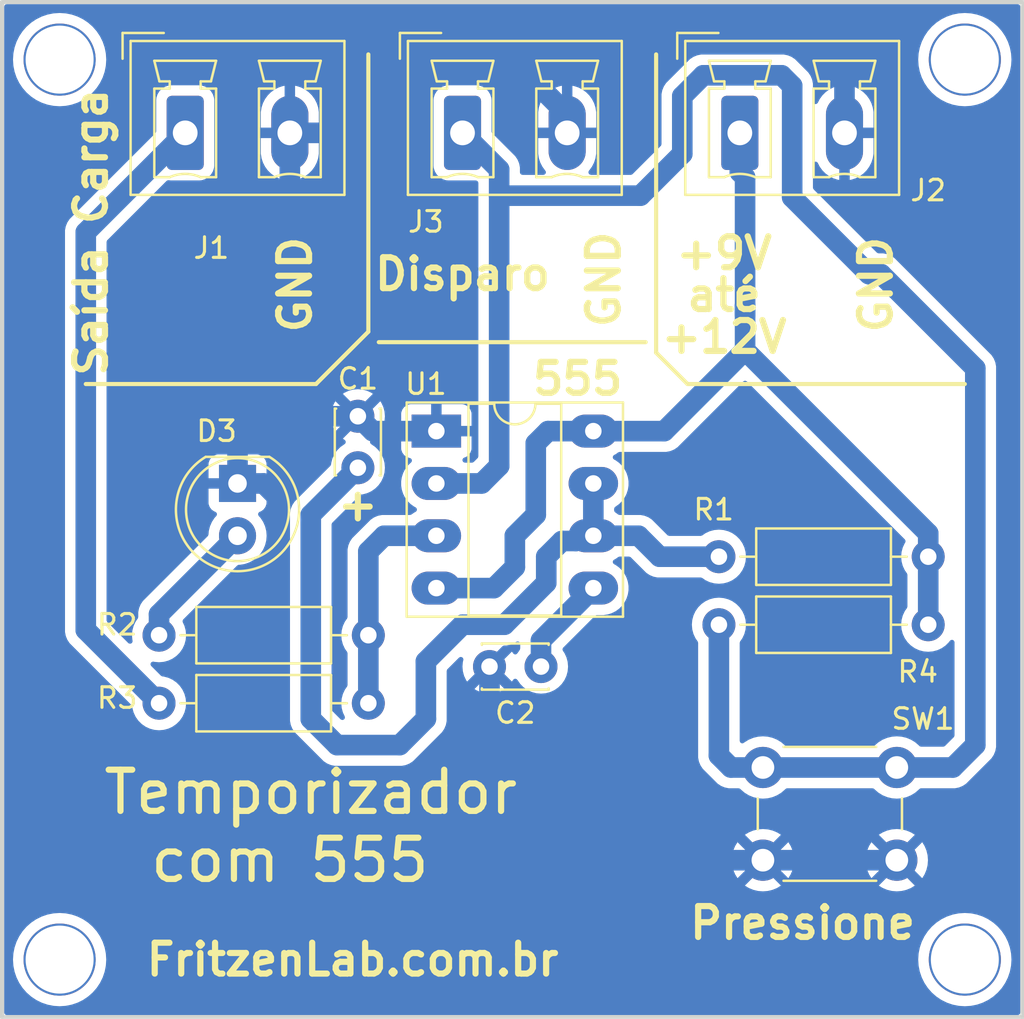
<source format=kicad_pcb>
(kicad_pcb (version 20240108) (generator "pcbnew") (generator_version "8.0")
  (layers (0 "F.Cu" signal) (31 "B.Cu" signal) (34 "B.Paste" user) (35 "F.Paste" user) (36 "B.SilkS" user "B.Silkscreen") (37 "F.SilkS" user "F.Silkscreen") (38 "B.Mask" user) (39 "F.Mask" user) (44 "Edge.Cuts" user))
  (net 0 "")
  (net 1 "VDC")
  (net 2 "Net-(U1-DIS)")
  (net 3 "Net-(U1-CV)")
  (net 4 "Net-(D3-A)")
  (net 5 "Net-(J1-Pin_1)")
  (net 6 "GND")
  (net 7 "Net-(J3-Pin_1)")
  (net 8 "Net-(U1-Q)")
  (footprint "Resistor_THT:R_Axial_DIN0207_L6.3mm_D2.5mm_P10.16mm_Horizontal" (layer "F.Cu") (at 123.698 114.808)
    (property "Reference" "R2" (at -2.032 -0.508 0) (layer "F.SilkS"))
    (property "Value" "1k")
    (fp_line (start 1.04 0) (end 1.81 0) (stroke (width 0.12)) (layer "F.SilkS"))
    (fp_line (start 1.81 -1.37) (end 1.81 1.37) (stroke (width 0.12)) (layer "F.SilkS"))
    (fp_line (start 1.81 1.37) (end 8.35 1.37) (stroke (width 0.12)) (layer "F.SilkS"))
    (fp_line (start 8.35 -1.37) (end 1.81 -1.37) (stroke (width 0.12)) (layer "F.SilkS"))
    (fp_line (start 8.35 1.37) (end 8.35 -1.37) (stroke (width 0.12)) (layer "F.SilkS"))
    (fp_line (start 9.12 0) (end 8.35 0) (stroke (width 0.12)) (layer "F.SilkS"))
    (pad "1" thru_hole circle (at 0 0) (size 1.6 1.6) (drill 0.8) (layers "*.Cu" "*.Mask") (net 4 "Net-(D3-A)"))
    (pad "2" thru_hole oval (at 10.16 0) (size 1.6 1.6) (drill 0.8) (layers "*.Cu" "*.Mask") (net 8 "Net-(U1-Q)"))
  )
  (footprint "Resistor_THT:R_Axial_DIN0207_L6.3mm_D2.5mm_P10.16mm_Horizontal" (layer "F.Cu") (at 161.036 114.3 180)
    (property "Reference" "R4" (at 0.508 -2.286 180) (layer "F.SilkS"))
    (property "Value" "1k")
    (fp_line (start 9.12 0) (end 8.35 0) (stroke (width 0.12)) (layer "F.SilkS"))
    (fp_line (start 8.35 1.37) (end 8.35 -1.37) (stroke (width 0.12)) (layer "F.SilkS"))
    (fp_line (start 8.35 -1.37) (end 1.81 -1.37) (stroke (width 0.12)) (layer "F.SilkS"))
    (fp_line (start 1.81 1.37) (end 8.35 1.37) (stroke (width 0.12)) (layer "F.SilkS"))
    (fp_line (start 1.81 -1.37) (end 1.81 1.37) (stroke (width 0.12)) (layer "F.SilkS"))
    (fp_line (start 1.04 0) (end 1.81 0) (stroke (width 0.12)) (layer "F.SilkS"))
    (pad "1" thru_hole circle (at 0 0 180) (size 1.6 1.6) (drill 0.8) (layers "*.Cu" "*.Mask") (net 1 "VDC"))
    (pad "2" thru_hole oval (at 10.16 0 180) (size 1.6 1.6) (drill 0.8) (layers "*.Cu" "*.Mask") (net 7 "Net-(J3-Pin_1)"))
  )
  (footprint "Connector_Phoenix_MC_HighVoltage:PhoenixContact_MCV_1,5_2-G-5.08_1x02_P5.08mm_Vertical" (layer "F.Cu") (at 138.43 90.424)
    (property "Reference" "J3" (at -1.778 4.318 0) (layer "F.SilkS"))
    (property "Value" "Disparo")
    (fp_line (start -3.04 -4.85) (end -1.04 -4.85) (stroke (width 0.12)) (layer "F.SilkS"))
    (fp_line (start -3.04 -3.6) (end -3.04 -4.85) (stroke (width 0.12)) (layer "F.SilkS"))
    (fp_line (start -2.65 -4.46) (end -2.65 3.01) (stroke (width 0.12)) (layer "F.SilkS"))
    (fp_line (start -2.65 3.01) (end 7.73 3.01) (stroke (width 0.12)) (layer "F.SilkS"))
    (fp_line (start -1.5 -3.5) (end 1.5 -3.5) (stroke (width 0.12)) (layer "F.SilkS"))
    (fp_line (start -1.5 -2.15) (end -0.75 -2.15) (stroke (width 0.12)) (layer "F.SilkS"))
    (fp_line (start -1.5 2.15) (end -1.5 -2.15) (stroke (width 0.12)) (layer "F.SilkS"))
    (fp_line (start -1.25 -2.5) (end -1.5 -3.5) (stroke (width 0.12)) (layer "F.SilkS"))
    (fp_line (start -0.75 -2.5) (end -1.25 -2.5) (stroke (width 0.12)) (layer "F.SilkS"))
    (fp_line (start -0.75 -2.15) (end -0.75 -2.5) (stroke (width 0.12)) (layer "F.SilkS"))
    (fp_line (start -0.75 2.15) (end -1.5 2.15) (stroke (width 0.12)) (layer "F.SilkS"))
    (fp_line (start 0.75 -2.5) (end 0.75 -2.15) (stroke (width 0.12)) (layer "F.SilkS"))
    (fp_line (start 0.75 -2.15) (end 1.5 -2.15) (stroke (width 0.12)) (layer "F.SilkS"))
    (fp_line (start 1.25 -2.5) (end 0.75 -2.5) (stroke (width 0.12)) (layer "F.SilkS"))
    (fp_line (start 1.5 -3.5) (end 1.25 -2.5) (stroke (width 0.12)) (layer "F.SilkS"))
    (fp_line (start 1.5 -2.15) (end 1.5 2.15) (stroke (width 0.12)) (layer "F.SilkS"))
    (fp_line (start 1.5 2.15) (end 0.75 2.15) (stroke (width 0.12)) (layer "F.SilkS"))
    (fp_line (start 3.58 -3.5) (end 6.58 -3.5) (stroke (width 0.12)) (layer "F.SilkS"))
    (fp_line (start 3.58 -2.15) (end 4.33 -2.15) (stroke (width 0.12)) (layer "F.SilkS"))
    (fp_line (start 3.58 2.15) (end 3.58 -2.15) (stroke (width 0.12)) (layer "F.SilkS"))
    (fp_line (start 3.83 -2.5) (end 3.58 -3.5) (stroke (width 0.12)) (layer "F.SilkS"))
    (fp_line (start 4.33 -2.5) (end 3.83 -2.5) (stroke (width 0.12)) (layer "F.SilkS"))
    (fp_line (start 4.33 -2.15) (end 4.33 -2.5) (stroke (width 0.12)) (layer "F.SilkS"))
    (fp_line (start 4.33 2.15) (end 3.58 2.15) (stroke (width 0.12)) (layer "F.SilkS"))
    (fp_line (start 5.83 -2.5) (end 5.83 -2.15) (stroke (width 0.12)) (layer "F.SilkS"))
    (fp_line (start 5.83 -2.15) (end 6.58 -2.15) (stroke (width 0.12)) (layer "F.SilkS"))
    (fp_line (start 6.33 -2.5) (end 5.83 -2.5) (stroke (width 0.12)) (layer "F.SilkS"))
    (fp_line (start 6.58 -3.5) (end 6.33 -2.5) (stroke (width 0.12)) (layer "F.SilkS"))
    (fp_line (start 6.58 -2.15) (end 6.58 2.15) (stroke (width 0.12)) (layer "F.SilkS"))
    (fp_line (start 6.58 2.15) (end 5.83 2.15) (stroke (width 0.12)) (layer "F.SilkS"))
    (fp_line (start 7.73 -4.46) (end -2.65 -4.46) (stroke (width 0.12)) (layer "F.SilkS"))
    (fp_line (start 7.73 3.01) (end 7.73 -4.46) (stroke (width 0.12)) (layer "F.SilkS"))
    (fp_arc (start -0.75 2.15) (mid -0.000193 1.99191) (end 0.749647 2.149844) (stroke (width 0.12)) (layer "F.SilkS"))
    (fp_arc (start 4.33 2.15) (mid 5.079807 1.99191) (end 5.829647 2.149844) (stroke (width 0.12)) (layer "F.SilkS"))
    (pad "1" thru_hole roundrect (at 0 0) (size 1.8 3.6) (drill 1.2) (layers "*.Cu" "*.Mask") (roundrect_rratio 0.138889) (net 7 "Net-(J3-Pin_1)"))
    (pad "2" thru_hole oval (at 5.08 0) (size 1.8 3.6) (drill 1.2) (layers "*.Cu" "*.Mask") (net 6 "GND"))
  )
  (footprint "Button_Switch_THT:SW_PUSH_6mm" (layer "F.Cu") (at 159.512 125.73 180)
    (property "Reference" "SW1" (at -1.27 6.858 180) (layer "F.SilkS"))
    (property "Value" "SW_Push")
    (fp_line (start 6.75 3) (end 6.75 1.5) (stroke (width 0.12)) (layer "F.SilkS"))
    (fp_line (start 5.5 -1) (end 1 -1) (stroke (width 0.12)) (layer "F.SilkS"))
    (fp_line (start 1 5.5) (end 5.5 5.5) (stroke (width 0.12)) (layer "F.SilkS"))
    (fp_line (start -0.25 1.5) (end -0.25 3) (stroke (width 0.12)) (layer "F.SilkS"))
    (pad "1" thru_hole circle (at 0 0 270) (size 2 2) (drill 1.1) (layers "*.Cu" "*.Mask") (net 6 "GND"))
    (pad "1" thru_hole circle (at 6.5 0 270) (size 2 2) (drill 1.1) (layers "*.Cu" "*.Mask") (net 6 "GND"))
    (pad "2" thru_hole circle (at 0 4.5 270) (size 2 2) (drill 1.1) (layers "*.Cu" "*.Mask") (net 7 "Net-(J3-Pin_1)"))
    (pad "2" thru_hole circle (at 6.5 4.5 270) (size 2 2) (drill 1.1) (layers "*.Cu" "*.Mask") (net 7 "Net-(J3-Pin_1)"))
  )
  (footprint "Connector_Phoenix_MC_HighVoltage:PhoenixContact_MCV_1,5_2-G-5.08_1x02_P5.08mm_Vertical" (layer "F.Cu") (at 124.968 90.424)
    (property "Reference" "J1" (at 1.27 5.588 0) (layer "F.SilkS"))
    (property "Value" "Saída Piscante")
    (fp_line (start -3.04 -4.85) (end -1.04 -4.85) (stroke (width 0.12)) (layer "F.SilkS"))
    (fp_line (start -3.04 -3.6) (end -3.04 -4.85) (stroke (width 0.12)) (layer "F.SilkS"))
    (fp_line (start -2.65 -4.46) (end -2.65 3.01) (stroke (width 0.12)) (layer "F.SilkS"))
    (fp_line (start -2.65 3.01) (end 7.73 3.01) (stroke (width 0.12)) (layer "F.SilkS"))
    (fp_line (start -1.5 -3.5) (end 1.5 -3.5) (stroke (width 0.12)) (layer "F.SilkS"))
    (fp_line (start -1.5 -2.15) (end -0.75 -2.15) (stroke (width 0.12)) (layer "F.SilkS"))
    (fp_line (start -1.5 2.15) (end -1.5 -2.15) (stroke (width 0.12)) (layer "F.SilkS"))
    (fp_line (start -1.25 -2.5) (end -1.5 -3.5) (stroke (width 0.12)) (layer "F.SilkS"))
    (fp_line (start -0.75 -2.5) (end -1.25 -2.5) (stroke (width 0.12)) (layer "F.SilkS"))
    (fp_line (start -0.75 -2.15) (end -0.75 -2.5) (stroke (width 0.12)) (layer "F.SilkS"))
    (fp_line (start -0.75 2.15) (end -1.5 2.15) (stroke (width 0.12)) (layer "F.SilkS"))
    (fp_line (start 0.75 -2.5) (end 0.75 -2.15) (stroke (width 0.12)) (layer "F.SilkS"))
    (fp_line (start 0.75 -2.15) (end 1.5 -2.15) (stroke (width 0.12)) (layer "F.SilkS"))
    (fp_line (start 1.25 -2.5) (end 0.75 -2.5) (stroke (width 0.12)) (layer "F.SilkS"))
    (fp_line (start 1.5 -3.5) (end 1.25 -2.5) (stroke (width 0.12)) (layer "F.SilkS"))
    (fp_line (start 1.5 -2.15) (end 1.5 2.15) (stroke (width 0.12)) (layer "F.SilkS"))
    (fp_line (start 1.5 2.15) (end 0.75 2.15) (stroke (width 0.12)) (layer "F.SilkS"))
    (fp_line (start 3.58 -3.5) (end 6.58 -3.5) (stroke (width 0.12)) (layer "F.SilkS"))
    (fp_line (start 3.58 -2.15) (end 4.33 -2.15) (stroke (width 0.12)) (layer "F.SilkS"))
    (fp_line (start 3.58 2.15) (end 3.58 -2.15) (stroke (width 0.12)) (layer "F.SilkS"))
    (fp_line (start 3.83 -2.5) (end 3.58 -3.5) (stroke (width 0.12)) (layer "F.SilkS"))
    (fp_line (start 4.33 -2.5) (end 3.83 -2.5) (stroke (width 0.12)) (layer "F.SilkS"))
    (fp_line (start 4.33 -2.15) (end 4.33 -2.5) (stroke (width 0.12)) (layer "F.SilkS"))
    (fp_line (start 4.33 2.15) (end 3.58 2.15) (stroke (width 0.12)) (layer "F.SilkS"))
    (fp_line (start 5.83 -2.5) (end 5.83 -2.15) (stroke (width 0.12)) (layer "F.SilkS"))
    (fp_line (start 5.83 -2.15) (end 6.58 -2.15) (stroke (width 0.12)) (layer "F.SilkS"))
    (fp_line (start 6.33 -2.5) (end 5.83 -2.5) (stroke (width 0.12)) (layer "F.SilkS"))
    (fp_line (start 6.58 -3.5) (end 6.33 -2.5) (stroke (width 0.12)) (layer "F.SilkS"))
    (fp_line (start 6.58 -2.15) (end 6.58 2.15) (stroke (width 0.12)) (layer "F.SilkS"))
    (fp_line (start 6.58 2.15) (end 5.83 2.15) (stroke (width 0.12)) (layer "F.SilkS"))
    (fp_line (start 7.73 -4.46) (end -2.65 -4.46) (stroke (width 0.12)) (layer "F.SilkS"))
    (fp_line (start 7.73 3.01) (end 7.73 -4.46) (stroke (width 0.12)) (layer "F.SilkS"))
    (fp_arc (start -0.75 2.15) (mid -0.000193 1.99191) (end 0.749647 2.149844) (stroke (width 0.12)) (layer "F.SilkS"))
    (fp_arc (start 4.33 2.15) (mid 5.079807 1.99191) (end 5.829647 2.149844) (stroke (width 0.12)) (layer "F.SilkS"))
    (pad "1" thru_hole roundrect (at 0 0) (size 1.8 3.6) (drill 1.2) (layers "*.Cu" "*.Mask") (roundrect_rratio 0.138889) (net 5 "Net-(J1-Pin_1)"))
    (pad "2" thru_hole oval (at 5.08 0) (size 1.8 3.6) (drill 1.2) (layers "*.Cu" "*.Mask") (net 6 "GND"))
  )
  (footprint "Connector_Phoenix_MC_HighVoltage:PhoenixContact_MCV_1,5_2-G-5.08_1x02_P5.08mm_Vertical" (layer "F.Cu") (at 151.892 90.424)
    (property "Reference" "J2" (at 9.144 2.794 0) (layer "F.SilkS"))
    (property "Value" "Alimentação")
    (fp_line (start -3.04 -4.85) (end -1.04 -4.85) (stroke (width 0.12)) (layer "F.SilkS"))
    (fp_line (start -3.04 -3.6) (end -3.04 -4.85) (stroke (width 0.12)) (layer "F.SilkS"))
    (fp_line (start -2.65 -4.46) (end -2.65 3.01) (stroke (width 0.12)) (layer "F.SilkS"))
    (fp_line (start -2.65 3.01) (end 7.73 3.01) (stroke (width 0.12)) (layer "F.SilkS"))
    (fp_line (start -1.5 -3.5) (end 1.5 -3.5) (stroke (width 0.12)) (layer "F.SilkS"))
    (fp_line (start -1.5 -2.15) (end -0.75 -2.15) (stroke (width 0.12)) (layer "F.SilkS"))
    (fp_line (start -1.5 2.15) (end -1.5 -2.15) (stroke (width 0.12)) (layer "F.SilkS"))
    (fp_line (start -1.25 -2.5) (end -1.5 -3.5) (stroke (width 0.12)) (layer "F.SilkS"))
    (fp_line (start -0.75 -2.5) (end -1.25 -2.5) (stroke (width 0.12)) (layer "F.SilkS"))
    (fp_line (start -0.75 -2.15) (end -0.75 -2.5) (stroke (width 0.12)) (layer "F.SilkS"))
    (fp_line (start -0.75 2.15) (end -1.5 2.15) (stroke (width 0.12)) (layer "F.SilkS"))
    (fp_line (start 0.75 -2.5) (end 0.75 -2.15) (stroke (width 0.12)) (layer "F.SilkS"))
    (fp_line (start 0.75 -2.15) (end 1.5 -2.15) (stroke (width 0.12)) (layer "F.SilkS"))
    (fp_line (start 1.25 -2.5) (end 0.75 -2.5) (stroke (width 0.12)) (layer "F.SilkS"))
    (fp_line (start 1.5 -3.5) (end 1.25 -2.5) (stroke (width 0.12)) (layer "F.SilkS"))
    (fp_line (start 1.5 -2.15) (end 1.5 2.15) (stroke (width 0.12)) (layer "F.SilkS"))
    (fp_line (start 1.5 2.15) (end 0.75 2.15) (stroke (width 0.12)) (layer "F.SilkS"))
    (fp_line (start 3.58 -3.5) (end 6.58 -3.5) (stroke (width 0.12)) (layer "F.SilkS"))
    (fp_line (start 3.58 -2.15) (end 4.33 -2.15) (stroke (width 0.12)) (layer "F.SilkS"))
    (fp_line (start 3.58 2.15) (end 3.58 -2.15) (stroke (width 0.12)) (layer "F.SilkS"))
    (fp_line (start 3.83 -2.5) (end 3.58 -3.5) (stroke (width 0.12)) (layer "F.SilkS"))
    (fp_line (start 4.33 -2.5) (end 3.83 -2.5) (stroke (width 0.12)) (layer "F.SilkS"))
    (fp_line (start 4.33 -2.15) (end 4.33 -2.5) (stroke (width 0.12)) (layer "F.SilkS"))
    (fp_line (start 4.33 2.15) (end 3.58 2.15) (stroke (width 0.12)) (layer "F.SilkS"))
    (fp_line (start 5.83 -2.5) (end 5.83 -2.15) (stroke (width 0.12)) (layer "F.SilkS"))
    (fp_line (start 5.83 -2.15) (end 6.58 -2.15) (stroke (width 0.12)) (layer "F.SilkS"))
    (fp_line (start 6.33 -2.5) (end 5.83 -2.5) (stroke (width 0.12)) (layer "F.SilkS"))
    (fp_line (start 6.58 -3.5) (end 6.33 -2.5) (stroke (width 0.12)) (layer "F.SilkS"))
    (fp_line (start 6.58 -2.15) (end 6.58 2.15) (stroke (width 0.12)) (layer "F.SilkS"))
    (fp_line (start 6.58 2.15) (end 5.83 2.15) (stroke (width 0.12)) (layer "F.SilkS"))
    (fp_line (start 7.73 -4.46) (end -2.65 -4.46) (stroke (width 0.12)) (layer "F.SilkS"))
    (fp_line (start 7.73 3.01) (end 7.73 -4.46) (stroke (width 0.12)) (layer "F.SilkS"))
    (fp_arc (start -0.75 2.15) (mid -0.000193 1.99191) (end 0.749647 2.149844) (stroke (width 0.12)) (layer "F.SilkS"))
    (fp_arc (start 4.33 2.15) (mid 5.079807 1.99191) (end 5.829647 2.149844) (stroke (width 0.12)) (layer "F.SilkS"))
    (pad "1" thru_hole roundrect (at 0 0) (size 1.8 3.6) (drill 1.2) (layers "*.Cu" "*.Mask") (roundrect_rratio 0.138889) (net 1 "VDC"))
    (pad "2" thru_hole oval (at 5.08 0) (size 1.8 3.6) (drill 1.2) (layers "*.Cu" "*.Mask") (net 6 "GND"))
  )
  (footprint "Resistor_THT:R_Axial_DIN0207_L6.3mm_D2.5mm_P10.16mm_Horizontal" (layer "F.Cu") (at 161.036 110.998 180)
    (property "Reference" "R1" (at 10.414 2.286 180) (layer "F.SilkS"))
    (property "Value" "1k")
    (fp_line (start 9.12 0) (end 8.35 0) (stroke (width 0.12)) (layer "F.SilkS"))
    (fp_line (start 8.35 1.37) (end 8.35 -1.37) (stroke (width 0.12)) (layer "F.SilkS"))
    (fp_line (start 8.35 -1.37) (end 1.81 -1.37) (stroke (width 0.12)) (layer "F.SilkS"))
    (fp_line (start 1.81 1.37) (end 8.35 1.37) (stroke (width 0.12)) (layer "F.SilkS"))
    (fp_line (start 1.81 -1.37) (end 1.81 1.37) (stroke (width 0.12)) (layer "F.SilkS"))
    (fp_line (start 1.04 0) (end 1.81 0) (stroke (width 0.12)) (layer "F.SilkS"))
    (pad "1" thru_hole circle (at 0 0 180) (size 1.6 1.6) (drill 0.8) (layers "*.Cu" "*.Mask") (net 1 "VDC"))
    (pad "2" thru_hole oval (at 10.16 0 180) (size 1.6 1.6) (drill 0.8) (layers "*.Cu" "*.Mask") (net 2 "Net-(U1-DIS)"))
  )
  (footprint "Resistor_THT:R_Axial_DIN0207_L6.3mm_D2.5mm_P10.16mm_Horizontal" (layer "F.Cu") (at 123.698 118.11)
    (property "Reference" "R3" (at -2.032 -0.254 0) (layer "F.SilkS"))
    (property "Value" "470r")
    (fp_line (start 1.04 0) (end 1.81 0) (stroke (width 0.12)) (layer "F.SilkS"))
    (fp_line (start 1.81 -1.37) (end 1.81 1.37) (stroke (width 0.12)) (layer "F.SilkS"))
    (fp_line (start 1.81 1.37) (end 8.35 1.37) (stroke (width 0.12)) (layer "F.SilkS"))
    (fp_line (start 8.35 -1.37) (end 1.81 -1.37) (stroke (width 0.12)) (layer "F.SilkS"))
    (fp_line (start 8.35 1.37) (end 8.35 -1.37) (stroke (width 0.12)) (layer "F.SilkS"))
    (fp_line (start 9.12 0) (end 8.35 0) (stroke (width 0.12)) (layer "F.SilkS"))
    (pad "1" thru_hole circle (at 0 0) (size 1.6 1.6) (drill 0.8) (layers "*.Cu" "*.Mask") (net 5 "Net-(J1-Pin_1)"))
    (pad "2" thru_hole oval (at 10.16 0) (size 1.6 1.6) (drill 0.8) (layers "*.Cu" "*.Mask") (net 8 "Net-(U1-Q)"))
  )
  (footprint "Package_DIP:DIP-8_W7.62mm_Socket_LongPads" (layer "F.Cu") (at 137.16 104.902)
    (property "Reference" "U1" (at -0.508 -2.286 0) (layer "F.SilkS"))
    (property "Value" "NE555")
    (fp_line (start -1.44 -1.39) (end -1.44 9.01) (stroke (width 0.12)) (layer "F.SilkS"))
    (fp_line (start -1.44 9.01) (end 9.06 9.01) (stroke (width 0.12)) (layer "F.SilkS"))
    (fp_line (start 1.56 -1.33) (end 1.56 8.95) (stroke (width 0.12)) (layer "F.SilkS"))
    (fp_line (start 1.56 8.95) (end 6.06 8.95) (stroke (width 0.12)) (layer "F.SilkS"))
    (fp_line (start 2.81 -1.33) (end 1.56 -1.33) (stroke (width 0.12)) (layer "F.SilkS"))
    (fp_line (start 6.06 -1.33) (end 4.81 -1.33) (stroke (width 0.12)) (layer "F.SilkS"))
    (fp_line (start 6.06 8.95) (end 6.06 -1.33) (stroke (width 0.12)) (layer "F.SilkS"))
    (fp_line (start 9.06 -1.39) (end -1.44 -1.39) (stroke (width 0.12)) (layer "F.SilkS"))
    (fp_line (start 9.06 9.01) (end 9.06 -1.39) (stroke (width 0.12)) (layer "F.SilkS"))
    (fp_arc (start 4.81 -1.33) (mid 3.81 -0.33) (end 2.81 -1.33) (stroke (width 0.12)) (layer "F.SilkS"))
    (pad "1" thru_hole rect (at 0 0) (size 2.4 1.6) (drill 0.8) (layers "*.Cu" "*.Mask") (net 6 "GND"))
    (pad "2" thru_hole oval (at 0 2.54) (size 2.4 1.6) (drill 0.8) (layers "*.Cu" "*.Mask") (net 7 "Net-(J3-Pin_1)"))
    (pad "3" thru_hole oval (at 0 5.08) (size 2.4 1.6) (drill 0.8) (layers "*.Cu" "*.Mask") (net 8 "Net-(U1-Q)"))
    (pad "4" thru_hole oval (at 0 7.62) (size 2.4 1.6) (drill 0.8) (layers "*.Cu" "*.Mask") (net 1 "VDC"))
    (pad "5" thru_hole oval (at 7.62 7.62) (size 2.4 1.6) (drill 0.8) (layers "*.Cu" "*.Mask") (net 3 "Net-(U1-CV)"))
    (pad "6" thru_hole oval (at 7.62 5.08) (size 2.4 1.6) (drill 0.8) (layers "*.Cu" "*.Mask") (net 2 "Net-(U1-DIS)"))
    (pad "7" thru_hole oval (at 7.62 2.54) (size 2.4 1.6) (drill 0.8) (layers "*.Cu" "*.Mask") (net 2 "Net-(U1-DIS)"))
    (pad "8" thru_hole oval (at 7.62 0) (size 2.4 1.6) (drill 0.8) (layers "*.Cu" "*.Mask") (net 1 "VDC"))
  )
  (footprint "LED_THT:LED_D5.0mm_Clear" (layer "F.Cu") (at 127.508 107.442 -90)
    (property "Reference" "D3" (at -2.54 1.016 0) (layer "F.SilkS"))
    (property "Value" "LED Verm.")
    (fp_line (start -1.29 -1.545) (end -1.29 1.545) (stroke (width 0.12)) (layer "F.SilkS"))
    (fp_arc (start 4.26 -0.000462) (mid 2.072002 2.880433) (end -1.29 1.54483) (stroke (width 0.12)) (layer "F.SilkS"))
    (fp_arc (start -1.29 -1.54483) (mid 2.072002 -2.880433) (end 4.26 0.000462) (stroke (width 0.12)) (layer "F.SilkS"))
    (fp_circle (center 1.27 0) (end 3.77 0) (stroke (width 0.12)) (fill none) (layer "F.SilkS"))
    (pad "1" thru_hole rect (at 0 0 270) (size 1.8 1.8) (drill 0.9) (layers "*.Cu" "*.Mask") (net 6 "GND"))
    (pad "2" thru_hole circle (at 2.54 0 270) (size 1.8 1.8) (drill 0.9) (layers "*.Cu" "*.Mask") (net 4 "Net-(D3-A)"))
  )
  (footprint "Capacitor_THT:C_Disc_D3.0mm_W2.0mm_P2.50mm" (layer "F.Cu") (at 133.35 106.68 90)
    (property "Reference" "C1" (at 4.318 0 180) (layer "F.SilkS"))
    (property "Value" "100n")
    (fp_line (start 2.87 -1.12) (end 2.87 -1.055) (stroke (width 0.12)) (layer "F.SilkS"))
    (fp_line (start -0.37 -1.12) (end 2.87 -1.12) (stroke (width 0.12)) (layer "F.SilkS"))
    (fp_line (start -0.37 -1.12) (end -0.37 -1.055) (stroke (width 0.12)) (layer "F.SilkS"))
    (fp_line (start 2.87 1.055) (end 2.87 1.12) (stroke (width 0.12)) (layer "F.SilkS"))
    (fp_line (start -0.37 1.055) (end -0.37 1.12) (stroke (width 0.12)) (layer "F.SilkS"))
    (fp_line (start -0.37 1.12) (end 2.87 1.12) (stroke (width 0.12)) (layer "F.SilkS"))
    (pad "1" thru_hole circle (at 0 0 90) (size 1.6 1.6) (drill 0.8) (layers "*.Cu" "*.Mask") (net 2 "Net-(U1-DIS)"))
    (pad "2" thru_hole circle (at 2.5 0 90) (size 1.6 1.6) (drill 0.8) (layers "*.Cu" "*.Mask") (net 6 "GND"))
  )
  (footprint "Capacitor_THT:C_Disc_D3.0mm_W2.0mm_P2.50mm" (layer "F.Cu") (at 142.24 116.332 180)
    (property "Reference" "C2" (at 1.25 -2.25 180) (layer "F.SilkS"))
    (property "Value" "100n")
    (fp_line (start 2.87 1.055) (end 2.87 1.12) (stroke (width 0.12)) (layer "F.SilkS"))
    (fp_line (start 2.87 -1.12) (end 2.87 -1.055) (stroke (width 0.12)) (layer "F.SilkS"))
    (fp_line (start -0.37 1.12) (end 2.87 1.12) (stroke (width 0.12)) (layer "F.SilkS"))
    (fp_line (start -0.37 1.055) (end -0.37 1.12) (stroke (width 0.12)) (layer "F.SilkS"))
    (fp_line (start -0.37 -1.12) (end 2.87 -1.12) (stroke (width 0.12)) (layer "F.SilkS"))
    (fp_line (start -0.37 -1.12) (end -0.37 -1.055) (stroke (width 0.12)) (layer "F.SilkS"))
    (pad "1" thru_hole circle (at 0 0 180) (size 1.6 1.6) (drill 0.8) (layers "*.Cu" "*.Mask") (net 3 "Net-(U1-CV)"))
    (pad "2" thru_hole circle (at 2.5 0 180) (size 1.6 1.6) (drill 0.8) (layers "*.Cu" "*.Mask") (net 6 "GND"))
  )
  (gr_line (start 147.828 101.092) (end 149.352 102.616) (stroke (width 0.2)) (layer "F.SilkS"))
  (gr_line (start 120.142 102.616) (end 131.318 102.616) (stroke (width 0.2)) (layer "F.SilkS"))
  (gr_line (start 133.858 86.614) (end 133.858 100.076) (stroke (width 0.2)) (layer "F.SilkS"))
  (gr_line (start 149.352 102.616) (end 162.814 102.616) (stroke (width 0.2)) (layer "F.SilkS"))
  (gr_line (start 147.828 86.614) (end 147.828 101.092) (stroke (width 0.2)) (layer "F.SilkS"))
  (gr_line (start 147.32 100.584) (end 134.366 100.584) (stroke (width 0.2)) (layer "F.SilkS"))
  (gr_line (start 131.318 102.616) (end 133.858 100.076) (stroke (width 0.2)) (layer "F.SilkS"))
  (gr_line (start 165.608 133.35) (end 116.078 133.35) (stroke (width 0.2)) (layer "Edge.Cuts"))
  (gr_line (start 116.078 84.074) (end 165.608 84.074) (stroke (width 0.2)) (layer "Edge.Cuts"))
  (gr_line (start 165.608 84.074) (end 165.608 133.35) (stroke (width 0.2)) (layer "Edge.Cuts"))
  (gr_line (start 116.078 133.35) (end 116.078 84.074) (stroke (width 0.2)) (layer "Edge.Cuts"))
  (gr_text "GND" (at 145.288 97.536 90) (layer "F.SilkS") (effects (font (size 1.5 1.5) (thickness 0.3))))
  (gr_text "GND" (at 158.496 97.79 90) (layer "F.SilkS") (effects (font (size 1.5 1.5) (thickness 0.3))))
  (gr_text "até" (at 151.13 98.298 0) (layer "F.SilkS") (effects (font (size 1.5 1.5) (thickness 0.3))))
  (gr_text "com 555" (at 130.048 125.73 0) (layer "F.SilkS") (effects (font (size 2 2) (thickness 0.3))))
  (gr_text "Pressione" (at 154.94 128.778 0) (layer "F.SilkS") (effects (font (size 1.5 1.5) (thickness 0.3))))
  (gr_text "FritzenLab.com.br" (at 133.096 130.556 0) (layer "F.SilkS") (effects (font (size 1.5 1.5) (thickness 0.3))))
  (gr_text "555" (at 144.018 102.362 0) (layer "F.SilkS") (effects (font (size 1.5 1.5) (thickness 0.3))))
  (gr_text "Temporizador" (at 131.064 122.428 0) (layer "F.SilkS") (effects (font (size 2 2) (thickness 0.3))))
  (gr_text "GND" (at 130.302 97.79 90) (layer "F.SilkS") (effects (font (size 1.5 1.5) (thickness 0.3))))
  (gr_text "Disparo" (at 138.43 97.282 0) (layer "F.SilkS") (effects (font (size 1.5 1.5) (thickness 0.3))))
  (gr_text "+9V" (at 151.13 96.266 0) (layer "F.SilkS") (effects (font (size 1.5 1.5) (thickness 0.3))))
  (gr_text "Saída Carga" (at 120.396 95.25 90) (layer "F.SilkS") (effects (font (size 1.5 1.5) (thickness 0.3))))
  (gr_text "+" (at 133.35 108.458 0) (layer "F.SilkS") (effects (font (size 1.5 1.5) (thickness 0.3))))
  (gr_text "+12V" (at 151.13 100.33 0) (layer "F.SilkS") (effects (font (size 1.5 1.5) (thickness 0.3))))
  (via (at 118.872 130.556) (size 3.5) (drill 3.3) (layers "F.Cu" "B.Cu") (net 0))
  (via (at 162.814 130.556) (size 3.5) (drill 3.3) (layers "F.Cu" "B.Cu") (net 0))
  (via (at 162.814 86.868) (size 3.5) (drill 3.3) (layers "F.Cu" "B.Cu") (net 0))
  (via (at 118.872 86.868) (size 3.5) (drill 3.3) (layers "F.Cu" "B.Cu") (net 0))
  (segment (start 151.892 90.424) (end 151.892 92.324) (width 1) (layer "B.Cu") (net 1))
  (segment (start 161.036 109.86663) (end 152.146 100.97663) (width 1) (layer "B.Cu") (net 1))
  (segment (start 144.78 104.902) (end 148.22063 104.902) (width 1) (layer "B.Cu") (net 1))
  (segment (start 152.146 100.97663) (end 152.146 98.806) (width 1) (layer "B.Cu") (net 1))
  (segment (start 139.954 112.522) (end 140.97 111.506) (width 1) (layer "B.Cu") (net 1))
  (segment (start 148.22063 104.902) (end 152.146 100.97663) (width 1) (layer "B.Cu") (net 1))
  (segment (start 161.036 114.3) (end 161.036 110.998) (width 1) (layer "B.Cu") (net 1))
  (segment (start 145.18 104.902) (end 144.78 104.902) (width 1) (layer "B.Cu") (net 1))
  (segment (start 151.892 92.324) (end 152.146 92.578) (width 1) (layer "B.Cu") (net 1))
  (segment (start 141.986 108.966) (end 140.97 109.982) (width 1) (layer "B.Cu") (net 1))
  (segment (start 152.146 98.806) (end 152.146 99.274) (width 1) (layer "B.Cu") (net 1))
  (segment (start 142.58 104.902) (end 141.986 105.496) (width 1) (layer "B.Cu") (net 1))
  (segment (start 161.036 110.998) (end 161.036 109.86663) (width 1) (layer "B.Cu") (net 1))
  (segment (start 137.56 112.522) (end 139.954 112.522) (width 1) (layer "B.Cu") (net 1))
  (segment (start 140.97 109.982) (end 140.97 111.506) (width 1) (layer "B.Cu") (net 1))
  (segment (start 141.986 105.496) (end 141.986 108.966) (width 1) (layer "B.Cu") (net 1))
  (segment (start 137.16 112.522) (end 137.56 112.522) (width 1) (layer "B.Cu") (net 1))
  (segment (start 152.146 92.578) (end 152.146 98.806) (width 1) (layer "B.Cu") (net 1))
  (segment (start 144.78 104.902) (end 142.58 104.902) (width 1) (layer "B.Cu") (net 1))
  (segment (start 136.652 116.078) (end 136.652 118.872) (width 1) (layer "B.Cu") (net 2))
  (segment (start 144.78 109.982) (end 144.78 107.442) (width 1) (layer "B.Cu") (net 2))
  (segment (start 131.064 118.872) (end 131.064 108.966) (width 1) (layer "B.Cu") (net 2))
  (segment (start 144.19107 109.982) (end 143.93707 110.236) (width 1) (layer "B.Cu") (net 2))
  (segment (start 142.494 110.998) (end 142.494 112.268) (width 1) (layer "B.Cu") (net 2))
  (segment (start 131.064 108.966) (end 133.35 106.68) (width 1) (layer "B.Cu") (net 2))
  (segment (start 132.334 120.142) (end 131.064 118.872) (width 1) (layer "B.Cu") (net 2))
  (segment (start 142.494 112.268) (end 140.462 114.3) (width 1) (layer "B.Cu") (net 2))
  (segment (start 136.652 118.872) (end 135.382 120.142) (width 1) (layer "B.Cu") (net 2))
  (segment (start 140.462 114.3) (end 138.43 114.3) (width 1) (layer "B.Cu") (net 2))
  (segment (start 150.876 110.998) (end 147.996 110.998) (width 1) (layer "B.Cu") (net 2))
  (segment (start 147.996 110.998) (end 146.98 109.982) (width 1) (layer "B.Cu") (net 2))
  (segment (start 138.43 114.3) (end 136.652 116.078) (width 1) (layer "B.Cu") (net 2))
  (segment (start 143.256 110.236) (end 142.494 110.998) (width 1) (layer "B.Cu") (net 2))
  (segment (start 135.382 120.142) (end 132.334 120.142) (width 1) (layer "B.Cu") (net 2))
  (segment (start 146.98 109.982) (end 144.78 109.982) (width 1) (layer "B.Cu") (net 2))
  (segment (start 144.78 109.982) (end 144.19107 109.982) (width 1) (layer "B.Cu") (net 2))
  (segment (start 143.93707 110.236) (end 143.256 110.236) (width 1) (layer "B.Cu") (net 2))
  (segment (start 142.24 116.332) (end 142.24 115.062) (width 1) (layer "B.Cu") (net 3))
  (segment (start 142.24 115.062) (end 144.78 112.522) (width 1) (layer "B.Cu") (net 3))
  (segment (start 123.698 113.792) (end 127.508 109.982) (width 1) (layer "B.Cu") (net 4))
  (segment (start 123.698 114.808) (end 123.698 113.792) (width 1) (layer "B.Cu") (net 4))
  (segment (start 123.698 118.11) (end 120.142 114.554) (width 1) (layer "B.Cu") (net 5))
  (segment (start 120.142 95.25) (end 124.968 90.424) (width 1) (layer "B.Cu") (net 5))
  (segment (start 120.142 114.554) (end 120.142 95.25) (width 1) (layer "B.Cu") (net 5))
  (segment (start 129.54 108.204) (end 129.54 120.904) (width 1) (layer "B.Cu") (net 6))
  (segment (start 159.512 125.73) (end 153.012 125.73) (width 1) (layer "B.Cu") (net 6))
  (segment (start 137.16 104.902) (end 134.072 104.902) (width 1) (layer "B.Cu") (net 6))
  (segment (start 131.948 90.424) (end 130.048 90.424) (width 1) (layer "B.Cu") (net 6))
  (segment (start 156.972 87.624) (end 154.946 85.598) (width 1) (layer "B.Cu") (net 6))
  (segment (start 139.74 120.356) (end 139.74 116.332) (width 1) (layer "B.Cu") (net 6))
  (segment (start 153.012 125.73) (end 141.478 125.73) (width 1) (layer "B.Cu") (net 6))
  (segment (start 129.54 120.904) (end 130.81 122.174) (width 1) (layer "B.Cu") (net 6))
  (segment (start 141.616 85.598) (end 140.6 86.614) (width 1) (layer "B.Cu") (net 6))
  (segment (start 127.508 107.442) (end 128.778 107.442) (width 1) (layer "B.Cu") (net 6))
  (segment (start 134.072 104.902) (end 133.35 104.18) (width 1) (layer "B.Cu") (net 6))
  (segment (start 128.778 107.442) (end 129.54 108.204) (width 1) (layer "B.Cu") (net 6))
  (segment (start 140.6 86.614) (end 138.176 86.614) (width 1) (layer "B.Cu") (net 6))
  (segment (start 130.048 103.002) (end 130.048 90.424) (width 1) (layer "B.Cu") (net 6))
  (segment (start 138.176 86.614) (end 135.758 86.614) (width 1) (layer "B.Cu") (net 6))
  (segment (start 130.81 122.174) (end 137.922 122.174) (width 1) (layer "B.Cu") (net 6))
  (segment (start 156.972 90.424) (end 156.972 87.624) (width 1) (layer "B.Cu") (net 6))
  (segment (start 156.972 90.424) (end 156.972 89.524) (width 1) (layer "B.Cu") (net 6))
  (segment (start 127.508 107.442) (end 127.508 105.542) (width 1) (layer "B.Cu") (net 6))
  (segment (start 143.51 90.424) (end 143.51 89.524) (width 1) (layer "B.Cu") (net 6))
  (segment (start 143.51 89.524) (end 140.6 86.614) (width 1) (layer "B.Cu") (net 6))
  (segment (start 135.758 86.614) (end 131.948 90.424) (width 1) (layer "B.Cu") (net 6))
  (segment (start 154.946 85.598) (end 141.616 85.598) (width 1) (layer "B.Cu") (net 6))
  (segment (start 137.922 122.174) (end 139.74 120.356) (width 1) (layer "B.Cu") (net 6))
  (segment (start 127.508 105.542) (end 130.048 103.002) (width 1) (layer "B.Cu") (net 6))
  (segment (start 131.226 104.18) (end 130.048 103.002) (width 1) (layer "B.Cu") (net 6))
  (segment (start 141.478 125.73) (end 137.922 122.174) (width 1) (layer "B.Cu") (net 6))
  (segment (start 133.35 104.18) (end 131.226 104.18) (width 1) (layer "B.Cu") (net 6))
  (segment (start 154.432 93.55293) (end 154.432 88.138) (width 1) (layer "B.Cu") (net 7))
  (segment (start 139.36 107.442) (end 140.208 106.594) (width 1) (layer "B.Cu") (net 7))
  (segment (start 163.322 120.142) (end 163.322 101.854) (width 1) (layer "B.Cu") (net 7))
  (segment (start 153.924 87.63) (end 150.114 87.63) (width 1) (layer "B.Cu") (net 7))
  (segment (start 140.208 93.472) (end 140.208 92.202) (width 1) (layer "B.Cu") (net 7))
  (segment (start 150.876 114.3) (end 150.876 120.65) (width 1) (layer "B.Cu") (net 7))
  (segment (start 147.066 93.472) (end 140.208 93.472) (width 1) (layer "B.Cu") (net 7))
  (segment (start 149.098 88.646) (end 149.098 91.44) (width 1) (layer "B.Cu") (net 7))
  (segment (start 140.208 92.202) (end 138.43 90.424) (width 1) (layer "B.Cu") (net 7))
  (segment (start 159.512 121.23) (end 153.012 121.23) (width 1) (layer "B.Cu") (net 7))
  (segment (start 137.16 107.442) (end 139.36 107.442) (width 1) (layer "B.Cu") (net 7))
  (segment (start 158.75 97.282) (end 158.16107 97.282) (width 1) (layer "B.Cu") (net 7))
  (segment (start 150.114 87.63) (end 149.098 88.646) (width 1) (layer "B.Cu") (net 7))
  (segment (start 163.322 101.854) (end 158.75 97.282) (width 1) (layer "B.Cu") (net 7))
  (segment (start 150.876 120.65) (end 151.456 121.23) (width 1) (layer "B.Cu") (net 7))
  (segment (start 159.512 121.23) (end 162.234 121.23) (width 1) (layer "B.Cu") (net 7))
  (segment (start 158.16107 97.282) (end 154.432 93.55293) (width 1) (layer "B.Cu") (net 7))
  (segment (start 162.234 121.23) (end 163.322 120.142) (width 1) (layer "B.Cu") (net 7))
  (segment (start 149.098 91.44) (end 147.066 93.472) (width 1) (layer "B.Cu") (net 7))
  (segment (start 140.208 106.594) (end 140.208 93.472) (width 1) (layer "B.Cu") (net 7))
  (segment (start 154.432 88.138) (end 153.924 87.63) (width 1) (layer "B.Cu") (net 7))
  (segment (start 153.012 121.23) (end 151.456 121.23) (width 1) (layer "B.Cu") (net 7))
  (segment (start 137.16 109.982) (end 134.62 109.982) (width 1) (layer "B.Cu") (net 8))
  (segment (start 134.62 109.982) (end 133.858 110.744) (width 1) (layer "B.Cu") (net 8))
  (segment (start 133.858 110.744) (end 133.858 114.808) (width 1) (layer "B.Cu") (net 8))
  (segment (start 133.858 118.11) (end 133.858 114.808) (width 1) (layer "B.Cu") (net 8))
  (zone (net 6) (net_name "GND") (layer "B.Cu") (connect_pads (clearance 0.508)) (min_thickness 0.254) (fill yes (thermal_gap 0.508) (thermal_bridge_width 0.508))
    (polygon (pts (xy 116.078 84.074) (xy 165.608 84.074) (xy 165.608 133.35) (xy 116.078 133.35)))
  )
)
</source>
